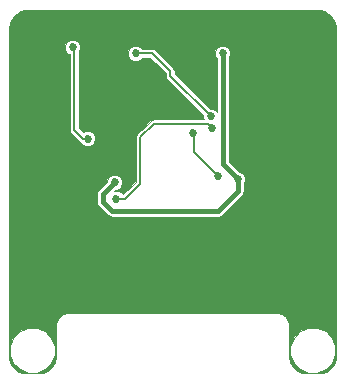
<source format=gtl>
%TF.GenerationSoftware,KiCad,Pcbnew,4.0.7-e2-6376~58~ubuntu16.04.1*%
%TF.CreationDate,2018-01-20T15:39:55+01:00*%
%TF.ProjectId,OLEDModule,4F4C45444D6F64756C652E6B69636164,rev?*%
%TF.FileFunction,Copper,L1,Top,Signal*%
%FSLAX46Y46*%
G04 Gerber Fmt 4.6, Leading zero omitted, Abs format (unit mm)*
G04 Created by KiCad (PCBNEW 4.0.7-e2-6376~58~ubuntu16.04.1) date Sat Jan 20 15:39:55 2018*
%MOMM*%
%LPD*%
G01*
G04 APERTURE LIST*
%ADD10C,0.100000*%
%ADD11C,0.685800*%
%ADD12C,0.152400*%
%ADD13C,0.400000*%
G04 APERTURE END LIST*
D10*
D11*
X4191000Y-5080000D03*
X7493000Y-5080000D03*
X9525000Y-16002000D03*
X19939000Y-15748000D03*
X18669000Y-5080000D03*
X5969000Y-4572000D03*
X7239000Y-12319000D03*
X16129000Y-11811000D03*
X18288000Y-15494000D03*
X11303000Y-5080000D03*
X17653000Y-10414000D03*
X17780000Y-11430000D03*
X9652000Y-17399000D03*
D12*
X4191000Y-4953000D02*
X4191000Y-5080000D01*
X5334000Y-3810000D02*
X4191000Y-4953000D01*
X6223000Y-3810000D02*
X5334000Y-3810000D01*
X6350000Y-3937000D02*
X6223000Y-3810000D01*
X7493000Y-5080000D02*
X6350000Y-3937000D01*
D13*
X19939000Y-16764000D02*
X19939000Y-15748000D01*
X18288000Y-18415000D02*
X19939000Y-16764000D01*
X9271000Y-18415000D02*
X18288000Y-18415000D01*
X8509000Y-17653000D02*
X9271000Y-18415000D01*
X8509000Y-17018000D02*
X8509000Y-17653000D01*
X9525000Y-16002000D02*
X8509000Y-17018000D01*
X19939000Y-15748000D02*
X18669000Y-14478000D01*
X18669000Y-14478000D02*
X18669000Y-5080000D01*
D12*
X6096000Y-4699000D02*
X5969000Y-4572000D01*
X6096000Y-11557000D02*
X6096000Y-4699000D01*
X6858000Y-12319000D02*
X6096000Y-11557000D01*
X7239000Y-12319000D02*
X6858000Y-12319000D01*
X16256000Y-11938000D02*
X16129000Y-11811000D01*
X16256000Y-13462000D02*
X16256000Y-11938000D01*
X18288000Y-15494000D02*
X16256000Y-13462000D01*
X12700000Y-5080000D02*
X11303000Y-5080000D01*
X14224000Y-6604000D02*
X12700000Y-5080000D01*
X14224000Y-6985000D02*
X14224000Y-6604000D01*
X17653000Y-10414000D02*
X14224000Y-6985000D01*
X17780000Y-11430000D02*
X17399000Y-11049000D01*
X17399000Y-11049000D02*
X12827000Y-11049000D01*
X12827000Y-11049000D02*
X11684000Y-12192000D01*
X11684000Y-12192000D02*
X11684000Y-16129000D01*
X11684000Y-16129000D02*
X10414000Y-17399000D01*
X10414000Y-17399000D02*
X9652000Y-17399000D01*
D10*
G36*
X26284800Y-1375271D02*
X26378542Y-1375865D01*
X26485038Y-1378689D01*
X26602120Y-1385444D01*
X26727192Y-1397765D01*
X26857410Y-1417199D01*
X26989796Y-1445152D01*
X27121440Y-1482876D01*
X27249833Y-1531545D01*
X27374781Y-1592909D01*
X27496872Y-1667532D01*
X27614769Y-1754446D01*
X27726524Y-1852157D01*
X27830269Y-1958997D01*
X27924275Y-2073193D01*
X28006919Y-2192831D01*
X28076796Y-2315978D01*
X28133419Y-2442089D01*
X28177971Y-2571812D01*
X28212036Y-2704048D01*
X28236768Y-2836019D01*
X28253462Y-2964688D01*
X28263595Y-3087229D01*
X28268738Y-3200729D01*
X28270560Y-3302873D01*
X28270777Y-3391286D01*
X28270777Y-30491404D01*
X28270677Y-30564321D01*
X28269464Y-30648581D01*
X28265706Y-30742304D01*
X28258019Y-30843568D01*
X28245090Y-30950127D01*
X28225726Y-31059429D01*
X28198877Y-31168958D01*
X28163677Y-31276237D01*
X28118947Y-31380178D01*
X28063347Y-31481683D01*
X27996939Y-31580787D01*
X27920824Y-31675858D01*
X27836364Y-31765196D01*
X27745073Y-31847203D01*
X27648554Y-31920439D01*
X27548551Y-31983574D01*
X27446408Y-32035726D01*
X27341485Y-32077296D01*
X27233259Y-32109811D01*
X27123537Y-32134224D01*
X27014823Y-32151464D01*
X26909650Y-32162626D01*
X26810454Y-32168948D01*
X26719529Y-32171761D01*
X26638605Y-32172470D01*
X26570083Y-32172489D01*
X25982324Y-32172489D01*
X25913124Y-32172463D01*
X25831633Y-32171684D01*
X25740269Y-32168731D01*
X25640724Y-32162200D01*
X25535327Y-32150769D01*
X25426497Y-32133200D01*
X25316788Y-32108407D01*
X25208714Y-32075478D01*
X25103951Y-32033421D01*
X25001910Y-31980724D01*
X24902034Y-31917064D01*
X24805738Y-31843368D01*
X24714737Y-31760955D01*
X24630663Y-31671307D01*
X24554997Y-31576002D01*
X24489097Y-31476741D01*
X24434041Y-31375135D01*
X24389824Y-31271052D01*
X24355053Y-31163611D01*
X24328599Y-31054053D01*
X24309578Y-30944828D01*
X24296935Y-30838477D01*
X24289471Y-30737505D01*
X24285870Y-30644206D01*
X24285319Y-30603068D01*
X24384670Y-30603068D01*
X24673926Y-31303121D01*
X25209062Y-31839192D01*
X25908609Y-32129669D01*
X26666068Y-32130330D01*
X27366121Y-31841074D01*
X27902192Y-31305938D01*
X28192669Y-30606391D01*
X28193330Y-29848932D01*
X27904074Y-29148879D01*
X27368938Y-28612808D01*
X26669391Y-28322331D01*
X25911932Y-28321670D01*
X25211879Y-28610926D01*
X24675808Y-29146062D01*
X24385331Y-29845609D01*
X24384670Y-30603068D01*
X24285319Y-30603068D01*
X24284747Y-30560466D01*
X24284666Y-30488246D01*
X24284666Y-28296512D01*
X24284665Y-28296507D01*
X24284666Y-28296502D01*
X24284665Y-28265559D01*
X24284496Y-28264711D01*
X24284660Y-28263862D01*
X24284443Y-28225732D01*
X24283844Y-28222806D01*
X24284352Y-28219864D01*
X24283224Y-28175203D01*
X24282198Y-28170649D01*
X24282852Y-28166023D01*
X24280051Y-28115945D01*
X24278526Y-28110027D01*
X24279138Y-28103948D01*
X24273903Y-28049573D01*
X24271733Y-28042361D01*
X24272116Y-28034836D01*
X24263684Y-27977280D01*
X24260654Y-27968764D01*
X24260577Y-27959726D01*
X24248187Y-27900104D01*
X24244008Y-27890253D01*
X24243164Y-27879591D01*
X24226056Y-27819024D01*
X24220357Y-27807850D01*
X24218339Y-27795473D01*
X24195748Y-27735078D01*
X24188255Y-27722973D01*
X24184657Y-27709199D01*
X24155948Y-27650043D01*
X24147488Y-27638871D01*
X24142710Y-27625697D01*
X24108101Y-27568510D01*
X24099207Y-27558781D01*
X24093657Y-27546829D01*
X24053730Y-27492194D01*
X24044424Y-27483640D01*
X24038163Y-27472654D01*
X23993501Y-27421154D01*
X23983707Y-27413552D01*
X23976709Y-27403317D01*
X23927897Y-27355537D01*
X23917483Y-27348738D01*
X23909647Y-27339081D01*
X23857269Y-27295606D01*
X23846054Y-27289531D01*
X23837214Y-27280336D01*
X23781853Y-27241747D01*
X23769604Y-27236388D01*
X23759524Y-27227602D01*
X23701763Y-27194484D01*
X23688267Y-27189948D01*
X23676708Y-27181642D01*
X23617140Y-27154559D01*
X23603599Y-27151383D01*
X23591607Y-27144335D01*
X23531058Y-27123256D01*
X23519134Y-27121592D01*
X23508302Y-27116332D01*
X23447875Y-27100535D01*
X23437649Y-27099927D01*
X23428152Y-27096083D01*
X23368965Y-27084805D01*
X23360335Y-27084875D01*
X23352164Y-27082095D01*
X23295334Y-27074575D01*
X23288194Y-27075038D01*
X23281325Y-27073056D01*
X23227968Y-27068532D01*
X23222259Y-27069173D01*
X23216683Y-27067789D01*
X23167917Y-27065501D01*
X23163701Y-27066136D01*
X23159535Y-27065225D01*
X23116478Y-27064410D01*
X23114066Y-27064843D01*
X23111661Y-27064357D01*
X23075428Y-27064253D01*
X23074997Y-27064337D01*
X23074567Y-27064252D01*
X5745976Y-27064252D01*
X5745546Y-27064337D01*
X5745115Y-27064253D01*
X5708883Y-27064357D01*
X5706479Y-27064842D01*
X5704067Y-27064410D01*
X5661009Y-27065225D01*
X5656843Y-27066136D01*
X5652627Y-27065501D01*
X5603861Y-27067789D01*
X5598284Y-27069173D01*
X5592575Y-27068532D01*
X5539219Y-27073056D01*
X5532350Y-27075038D01*
X5525210Y-27074575D01*
X5468379Y-27082095D01*
X5460208Y-27084875D01*
X5451580Y-27084805D01*
X5392392Y-27096083D01*
X5382895Y-27099927D01*
X5372668Y-27100535D01*
X5312241Y-27116332D01*
X5301410Y-27121592D01*
X5289483Y-27123256D01*
X5228935Y-27144335D01*
X5216944Y-27151383D01*
X5203406Y-27154558D01*
X5143837Y-27181641D01*
X5132276Y-27189948D01*
X5118778Y-27194485D01*
X5061018Y-27227603D01*
X5050941Y-27236387D01*
X5038693Y-27241745D01*
X4983331Y-27280335D01*
X4974490Y-27289531D01*
X4963273Y-27295607D01*
X4910894Y-27339084D01*
X4903059Y-27348740D01*
X4892648Y-27355537D01*
X4843835Y-27403317D01*
X4836837Y-27413552D01*
X4827043Y-27421154D01*
X4782382Y-27472654D01*
X4776122Y-27483637D01*
X4766816Y-27492191D01*
X4726888Y-27546826D01*
X4721336Y-27558781D01*
X4712442Y-27568510D01*
X4677832Y-27625698D01*
X4673055Y-27638873D01*
X4664595Y-27650043D01*
X4635886Y-27709199D01*
X4632288Y-27722976D01*
X4624794Y-27735082D01*
X4602203Y-27795477D01*
X4600186Y-27807853D01*
X4594488Y-27819024D01*
X4577379Y-27879591D01*
X4576535Y-27890256D01*
X4572357Y-27900104D01*
X4559967Y-27959725D01*
X4559890Y-27968764D01*
X4556860Y-27977280D01*
X4548428Y-28034837D01*
X4548811Y-28042357D01*
X4546641Y-28049567D01*
X4541405Y-28103943D01*
X4542017Y-28110026D01*
X4540492Y-28115945D01*
X4537691Y-28166024D01*
X4538345Y-28170649D01*
X4537319Y-28175203D01*
X4536191Y-28219865D01*
X4536700Y-28222810D01*
X4536100Y-28225739D01*
X4535884Y-28263870D01*
X4536047Y-28264714D01*
X4535879Y-28265559D01*
X4535878Y-28296502D01*
X4535879Y-28296507D01*
X4535878Y-28296512D01*
X4535878Y-30488242D01*
X4535796Y-30560469D01*
X4534674Y-30644207D01*
X4531072Y-30737528D01*
X4523610Y-30838458D01*
X4510966Y-30944825D01*
X4491944Y-31054053D01*
X4465491Y-31163608D01*
X4430719Y-31271052D01*
X4386502Y-31375135D01*
X4331443Y-31476747D01*
X4265543Y-31576007D01*
X4189881Y-31671307D01*
X4105802Y-31760960D01*
X4014802Y-31843371D01*
X3918507Y-31917065D01*
X3818627Y-31980729D01*
X3716606Y-32033415D01*
X3611833Y-32075477D01*
X3503757Y-32108406D01*
X3394041Y-32133201D01*
X3285222Y-32150768D01*
X3179820Y-32162201D01*
X3080274Y-32168731D01*
X2988909Y-32171684D01*
X2907420Y-32172463D01*
X2838220Y-32172489D01*
X2250441Y-32172489D01*
X2181919Y-32172470D01*
X2100995Y-32171761D01*
X2010074Y-32168948D01*
X1910880Y-32162626D01*
X1805697Y-32151462D01*
X1696993Y-32134226D01*
X1587276Y-32109812D01*
X1479056Y-32077300D01*
X1374125Y-32035727D01*
X1271984Y-31983576D01*
X1171976Y-31920438D01*
X1075464Y-31847208D01*
X984169Y-31765195D01*
X899715Y-31675864D01*
X823605Y-31580800D01*
X757192Y-31481688D01*
X701592Y-31380182D01*
X656867Y-31276251D01*
X621662Y-31168957D01*
X594819Y-31059456D01*
X575455Y-30950152D01*
X562525Y-30843589D01*
X554838Y-30742322D01*
X551079Y-30648593D01*
X550425Y-30603068D01*
X635670Y-30603068D01*
X924926Y-31303121D01*
X1460062Y-31839192D01*
X2159609Y-32129669D01*
X2917068Y-32130330D01*
X3617121Y-31841074D01*
X4153192Y-31305938D01*
X4443669Y-30606391D01*
X4444330Y-29848932D01*
X4155074Y-29148879D01*
X3619938Y-28612808D01*
X2920391Y-28322331D01*
X2162932Y-28321670D01*
X1462879Y-28610926D01*
X926808Y-29146062D01*
X636331Y-29845609D01*
X635670Y-30603068D01*
X550425Y-30603068D01*
X549867Y-30564345D01*
X549767Y-30491424D01*
X549767Y-17018000D01*
X8005000Y-17018000D01*
X8005000Y-17653000D01*
X8043365Y-17845873D01*
X8152618Y-18009382D01*
X8914618Y-18771382D01*
X9078128Y-18880635D01*
X9271000Y-18919000D01*
X18288000Y-18919000D01*
X18480873Y-18880635D01*
X18644382Y-18771382D01*
X20295382Y-17120382D01*
X20404635Y-16956872D01*
X20443001Y-16764000D01*
X20443000Y-16763995D01*
X20443000Y-16158937D01*
X20487096Y-16114918D01*
X20585788Y-15877241D01*
X20586013Y-15619888D01*
X20487735Y-15382039D01*
X20305918Y-15199904D01*
X20068241Y-15101212D01*
X20004921Y-15101157D01*
X19173000Y-14269236D01*
X19173000Y-5490937D01*
X19217096Y-5446918D01*
X19315788Y-5209241D01*
X19316013Y-4951888D01*
X19217735Y-4714039D01*
X19035918Y-4531904D01*
X18798241Y-4433212D01*
X18540888Y-4432987D01*
X18303039Y-4531265D01*
X18120904Y-4713082D01*
X18022212Y-4950759D01*
X18021987Y-5208112D01*
X18120265Y-5445961D01*
X18165000Y-5490774D01*
X18165000Y-10011240D01*
X18019918Y-9865904D01*
X17782241Y-9767212D01*
X17543687Y-9767003D01*
X14604200Y-6827516D01*
X14604200Y-6604000D01*
X14575259Y-6458504D01*
X14492842Y-6335158D01*
X12968842Y-4811158D01*
X12845496Y-4728741D01*
X12700000Y-4699800D01*
X11837521Y-4699800D01*
X11669918Y-4531904D01*
X11432241Y-4433212D01*
X11174888Y-4432987D01*
X10937039Y-4531265D01*
X10754904Y-4713082D01*
X10656212Y-4950759D01*
X10655987Y-5208112D01*
X10754265Y-5445961D01*
X10936082Y-5628096D01*
X11173759Y-5726788D01*
X11431112Y-5727013D01*
X11668961Y-5628735D01*
X11837791Y-5460200D01*
X12542516Y-5460200D01*
X13843800Y-6761484D01*
X13843800Y-6985000D01*
X13872741Y-7130496D01*
X13955158Y-7253842D01*
X17006194Y-10304878D01*
X17005987Y-10542112D01*
X17058334Y-10668800D01*
X12827000Y-10668800D01*
X12681504Y-10697741D01*
X12558158Y-10780158D01*
X11415158Y-11923158D01*
X11332741Y-12046504D01*
X11303800Y-12192000D01*
X11303800Y-15971516D01*
X10256516Y-17018800D01*
X10186521Y-17018800D01*
X10018918Y-16850904D01*
X9781241Y-16752212D01*
X9523888Y-16751987D01*
X9462350Y-16777414D01*
X9590805Y-16648959D01*
X9653112Y-16649013D01*
X9890961Y-16550735D01*
X10073096Y-16368918D01*
X10171788Y-16131241D01*
X10172013Y-15873888D01*
X10073735Y-15636039D01*
X9891918Y-15453904D01*
X9654241Y-15355212D01*
X9396888Y-15354987D01*
X9159039Y-15453265D01*
X8976904Y-15635082D01*
X8878212Y-15872759D01*
X8878157Y-15936079D01*
X8152618Y-16661618D01*
X8043365Y-16825127D01*
X8043365Y-16825128D01*
X8005000Y-17018000D01*
X549767Y-17018000D01*
X549767Y-4700112D01*
X5321987Y-4700112D01*
X5420265Y-4937961D01*
X5602082Y-5120096D01*
X5715800Y-5167316D01*
X5715800Y-11557000D01*
X5744741Y-11702496D01*
X5827158Y-11825842D01*
X6589158Y-12587842D01*
X6673392Y-12644125D01*
X6690265Y-12684961D01*
X6872082Y-12867096D01*
X7109759Y-12965788D01*
X7367112Y-12966013D01*
X7604961Y-12867735D01*
X7787096Y-12685918D01*
X7885788Y-12448241D01*
X7886013Y-12190888D01*
X7787735Y-11953039D01*
X7605918Y-11770904D01*
X7368241Y-11672212D01*
X7110888Y-11671987D01*
X6873039Y-11770265D01*
X6859983Y-11783299D01*
X6476200Y-11399516D01*
X6476200Y-4979743D01*
X6517096Y-4938918D01*
X6615788Y-4701241D01*
X6616013Y-4443888D01*
X6517735Y-4206039D01*
X6335918Y-4023904D01*
X6098241Y-3925212D01*
X5840888Y-3924987D01*
X5603039Y-4023265D01*
X5420904Y-4205082D01*
X5322212Y-4442759D01*
X5321987Y-4700112D01*
X549767Y-4700112D01*
X549767Y-3391281D01*
X549983Y-3302876D01*
X551806Y-3200728D01*
X556949Y-3087228D01*
X567082Y-2964688D01*
X583775Y-2836025D01*
X608509Y-2704048D01*
X642573Y-2571812D01*
X687124Y-2442094D01*
X743749Y-2315974D01*
X813628Y-2192827D01*
X896270Y-2073191D01*
X990273Y-1958998D01*
X1094023Y-1852153D01*
X1205771Y-1754449D01*
X1323674Y-1667529D01*
X1445754Y-1592914D01*
X1570711Y-1531544D01*
X1699106Y-1482875D01*
X1830751Y-1445151D01*
X1963132Y-1417200D01*
X2093354Y-1397765D01*
X2218422Y-1385444D01*
X2335475Y-1378691D01*
X2442003Y-1375865D01*
X2535744Y-1375271D01*
X2616437Y-1375267D01*
X26206932Y-1375267D01*
X26284800Y-1375271D01*
X26284800Y-1375271D01*
G37*
X26284800Y-1375271D02*
X26378542Y-1375865D01*
X26485038Y-1378689D01*
X26602120Y-1385444D01*
X26727192Y-1397765D01*
X26857410Y-1417199D01*
X26989796Y-1445152D01*
X27121440Y-1482876D01*
X27249833Y-1531545D01*
X27374781Y-1592909D01*
X27496872Y-1667532D01*
X27614769Y-1754446D01*
X27726524Y-1852157D01*
X27830269Y-1958997D01*
X27924275Y-2073193D01*
X28006919Y-2192831D01*
X28076796Y-2315978D01*
X28133419Y-2442089D01*
X28177971Y-2571812D01*
X28212036Y-2704048D01*
X28236768Y-2836019D01*
X28253462Y-2964688D01*
X28263595Y-3087229D01*
X28268738Y-3200729D01*
X28270560Y-3302873D01*
X28270777Y-3391286D01*
X28270777Y-30491404D01*
X28270677Y-30564321D01*
X28269464Y-30648581D01*
X28265706Y-30742304D01*
X28258019Y-30843568D01*
X28245090Y-30950127D01*
X28225726Y-31059429D01*
X28198877Y-31168958D01*
X28163677Y-31276237D01*
X28118947Y-31380178D01*
X28063347Y-31481683D01*
X27996939Y-31580787D01*
X27920824Y-31675858D01*
X27836364Y-31765196D01*
X27745073Y-31847203D01*
X27648554Y-31920439D01*
X27548551Y-31983574D01*
X27446408Y-32035726D01*
X27341485Y-32077296D01*
X27233259Y-32109811D01*
X27123537Y-32134224D01*
X27014823Y-32151464D01*
X26909650Y-32162626D01*
X26810454Y-32168948D01*
X26719529Y-32171761D01*
X26638605Y-32172470D01*
X26570083Y-32172489D01*
X25982324Y-32172489D01*
X25913124Y-32172463D01*
X25831633Y-32171684D01*
X25740269Y-32168731D01*
X25640724Y-32162200D01*
X25535327Y-32150769D01*
X25426497Y-32133200D01*
X25316788Y-32108407D01*
X25208714Y-32075478D01*
X25103951Y-32033421D01*
X25001910Y-31980724D01*
X24902034Y-31917064D01*
X24805738Y-31843368D01*
X24714737Y-31760955D01*
X24630663Y-31671307D01*
X24554997Y-31576002D01*
X24489097Y-31476741D01*
X24434041Y-31375135D01*
X24389824Y-31271052D01*
X24355053Y-31163611D01*
X24328599Y-31054053D01*
X24309578Y-30944828D01*
X24296935Y-30838477D01*
X24289471Y-30737505D01*
X24285870Y-30644206D01*
X24285319Y-30603068D01*
X24384670Y-30603068D01*
X24673926Y-31303121D01*
X25209062Y-31839192D01*
X25908609Y-32129669D01*
X26666068Y-32130330D01*
X27366121Y-31841074D01*
X27902192Y-31305938D01*
X28192669Y-30606391D01*
X28193330Y-29848932D01*
X27904074Y-29148879D01*
X27368938Y-28612808D01*
X26669391Y-28322331D01*
X25911932Y-28321670D01*
X25211879Y-28610926D01*
X24675808Y-29146062D01*
X24385331Y-29845609D01*
X24384670Y-30603068D01*
X24285319Y-30603068D01*
X24284747Y-30560466D01*
X24284666Y-30488246D01*
X24284666Y-28296512D01*
X24284665Y-28296507D01*
X24284666Y-28296502D01*
X24284665Y-28265559D01*
X24284496Y-28264711D01*
X24284660Y-28263862D01*
X24284443Y-28225732D01*
X24283844Y-28222806D01*
X24284352Y-28219864D01*
X24283224Y-28175203D01*
X24282198Y-28170649D01*
X24282852Y-28166023D01*
X24280051Y-28115945D01*
X24278526Y-28110027D01*
X24279138Y-28103948D01*
X24273903Y-28049573D01*
X24271733Y-28042361D01*
X24272116Y-28034836D01*
X24263684Y-27977280D01*
X24260654Y-27968764D01*
X24260577Y-27959726D01*
X24248187Y-27900104D01*
X24244008Y-27890253D01*
X24243164Y-27879591D01*
X24226056Y-27819024D01*
X24220357Y-27807850D01*
X24218339Y-27795473D01*
X24195748Y-27735078D01*
X24188255Y-27722973D01*
X24184657Y-27709199D01*
X24155948Y-27650043D01*
X24147488Y-27638871D01*
X24142710Y-27625697D01*
X24108101Y-27568510D01*
X24099207Y-27558781D01*
X24093657Y-27546829D01*
X24053730Y-27492194D01*
X24044424Y-27483640D01*
X24038163Y-27472654D01*
X23993501Y-27421154D01*
X23983707Y-27413552D01*
X23976709Y-27403317D01*
X23927897Y-27355537D01*
X23917483Y-27348738D01*
X23909647Y-27339081D01*
X23857269Y-27295606D01*
X23846054Y-27289531D01*
X23837214Y-27280336D01*
X23781853Y-27241747D01*
X23769604Y-27236388D01*
X23759524Y-27227602D01*
X23701763Y-27194484D01*
X23688267Y-27189948D01*
X23676708Y-27181642D01*
X23617140Y-27154559D01*
X23603599Y-27151383D01*
X23591607Y-27144335D01*
X23531058Y-27123256D01*
X23519134Y-27121592D01*
X23508302Y-27116332D01*
X23447875Y-27100535D01*
X23437649Y-27099927D01*
X23428152Y-27096083D01*
X23368965Y-27084805D01*
X23360335Y-27084875D01*
X23352164Y-27082095D01*
X23295334Y-27074575D01*
X23288194Y-27075038D01*
X23281325Y-27073056D01*
X23227968Y-27068532D01*
X23222259Y-27069173D01*
X23216683Y-27067789D01*
X23167917Y-27065501D01*
X23163701Y-27066136D01*
X23159535Y-27065225D01*
X23116478Y-27064410D01*
X23114066Y-27064843D01*
X23111661Y-27064357D01*
X23075428Y-27064253D01*
X23074997Y-27064337D01*
X23074567Y-27064252D01*
X5745976Y-27064252D01*
X5745546Y-27064337D01*
X5745115Y-27064253D01*
X5708883Y-27064357D01*
X5706479Y-27064842D01*
X5704067Y-27064410D01*
X5661009Y-27065225D01*
X5656843Y-27066136D01*
X5652627Y-27065501D01*
X5603861Y-27067789D01*
X5598284Y-27069173D01*
X5592575Y-27068532D01*
X5539219Y-27073056D01*
X5532350Y-27075038D01*
X5525210Y-27074575D01*
X5468379Y-27082095D01*
X5460208Y-27084875D01*
X5451580Y-27084805D01*
X5392392Y-27096083D01*
X5382895Y-27099927D01*
X5372668Y-27100535D01*
X5312241Y-27116332D01*
X5301410Y-27121592D01*
X5289483Y-27123256D01*
X5228935Y-27144335D01*
X5216944Y-27151383D01*
X5203406Y-27154558D01*
X5143837Y-27181641D01*
X5132276Y-27189948D01*
X5118778Y-27194485D01*
X5061018Y-27227603D01*
X5050941Y-27236387D01*
X5038693Y-27241745D01*
X4983331Y-27280335D01*
X4974490Y-27289531D01*
X4963273Y-27295607D01*
X4910894Y-27339084D01*
X4903059Y-27348740D01*
X4892648Y-27355537D01*
X4843835Y-27403317D01*
X4836837Y-27413552D01*
X4827043Y-27421154D01*
X4782382Y-27472654D01*
X4776122Y-27483637D01*
X4766816Y-27492191D01*
X4726888Y-27546826D01*
X4721336Y-27558781D01*
X4712442Y-27568510D01*
X4677832Y-27625698D01*
X4673055Y-27638873D01*
X4664595Y-27650043D01*
X4635886Y-27709199D01*
X4632288Y-27722976D01*
X4624794Y-27735082D01*
X4602203Y-27795477D01*
X4600186Y-27807853D01*
X4594488Y-27819024D01*
X4577379Y-27879591D01*
X4576535Y-27890256D01*
X4572357Y-27900104D01*
X4559967Y-27959725D01*
X4559890Y-27968764D01*
X4556860Y-27977280D01*
X4548428Y-28034837D01*
X4548811Y-28042357D01*
X4546641Y-28049567D01*
X4541405Y-28103943D01*
X4542017Y-28110026D01*
X4540492Y-28115945D01*
X4537691Y-28166024D01*
X4538345Y-28170649D01*
X4537319Y-28175203D01*
X4536191Y-28219865D01*
X4536700Y-28222810D01*
X4536100Y-28225739D01*
X4535884Y-28263870D01*
X4536047Y-28264714D01*
X4535879Y-28265559D01*
X4535878Y-28296502D01*
X4535879Y-28296507D01*
X4535878Y-28296512D01*
X4535878Y-30488242D01*
X4535796Y-30560469D01*
X4534674Y-30644207D01*
X4531072Y-30737528D01*
X4523610Y-30838458D01*
X4510966Y-30944825D01*
X4491944Y-31054053D01*
X4465491Y-31163608D01*
X4430719Y-31271052D01*
X4386502Y-31375135D01*
X4331443Y-31476747D01*
X4265543Y-31576007D01*
X4189881Y-31671307D01*
X4105802Y-31760960D01*
X4014802Y-31843371D01*
X3918507Y-31917065D01*
X3818627Y-31980729D01*
X3716606Y-32033415D01*
X3611833Y-32075477D01*
X3503757Y-32108406D01*
X3394041Y-32133201D01*
X3285222Y-32150768D01*
X3179820Y-32162201D01*
X3080274Y-32168731D01*
X2988909Y-32171684D01*
X2907420Y-32172463D01*
X2838220Y-32172489D01*
X2250441Y-32172489D01*
X2181919Y-32172470D01*
X2100995Y-32171761D01*
X2010074Y-32168948D01*
X1910880Y-32162626D01*
X1805697Y-32151462D01*
X1696993Y-32134226D01*
X1587276Y-32109812D01*
X1479056Y-32077300D01*
X1374125Y-32035727D01*
X1271984Y-31983576D01*
X1171976Y-31920438D01*
X1075464Y-31847208D01*
X984169Y-31765195D01*
X899715Y-31675864D01*
X823605Y-31580800D01*
X757192Y-31481688D01*
X701592Y-31380182D01*
X656867Y-31276251D01*
X621662Y-31168957D01*
X594819Y-31059456D01*
X575455Y-30950152D01*
X562525Y-30843589D01*
X554838Y-30742322D01*
X551079Y-30648593D01*
X550425Y-30603068D01*
X635670Y-30603068D01*
X924926Y-31303121D01*
X1460062Y-31839192D01*
X2159609Y-32129669D01*
X2917068Y-32130330D01*
X3617121Y-31841074D01*
X4153192Y-31305938D01*
X4443669Y-30606391D01*
X4444330Y-29848932D01*
X4155074Y-29148879D01*
X3619938Y-28612808D01*
X2920391Y-28322331D01*
X2162932Y-28321670D01*
X1462879Y-28610926D01*
X926808Y-29146062D01*
X636331Y-29845609D01*
X635670Y-30603068D01*
X550425Y-30603068D01*
X549867Y-30564345D01*
X549767Y-30491424D01*
X549767Y-17018000D01*
X8005000Y-17018000D01*
X8005000Y-17653000D01*
X8043365Y-17845873D01*
X8152618Y-18009382D01*
X8914618Y-18771382D01*
X9078128Y-18880635D01*
X9271000Y-18919000D01*
X18288000Y-18919000D01*
X18480873Y-18880635D01*
X18644382Y-18771382D01*
X20295382Y-17120382D01*
X20404635Y-16956872D01*
X20443001Y-16764000D01*
X20443000Y-16763995D01*
X20443000Y-16158937D01*
X20487096Y-16114918D01*
X20585788Y-15877241D01*
X20586013Y-15619888D01*
X20487735Y-15382039D01*
X20305918Y-15199904D01*
X20068241Y-15101212D01*
X20004921Y-15101157D01*
X19173000Y-14269236D01*
X19173000Y-5490937D01*
X19217096Y-5446918D01*
X19315788Y-5209241D01*
X19316013Y-4951888D01*
X19217735Y-4714039D01*
X19035918Y-4531904D01*
X18798241Y-4433212D01*
X18540888Y-4432987D01*
X18303039Y-4531265D01*
X18120904Y-4713082D01*
X18022212Y-4950759D01*
X18021987Y-5208112D01*
X18120265Y-5445961D01*
X18165000Y-5490774D01*
X18165000Y-10011240D01*
X18019918Y-9865904D01*
X17782241Y-9767212D01*
X17543687Y-9767003D01*
X14604200Y-6827516D01*
X14604200Y-6604000D01*
X14575259Y-6458504D01*
X14492842Y-6335158D01*
X12968842Y-4811158D01*
X12845496Y-4728741D01*
X12700000Y-4699800D01*
X11837521Y-4699800D01*
X11669918Y-4531904D01*
X11432241Y-4433212D01*
X11174888Y-4432987D01*
X10937039Y-4531265D01*
X10754904Y-4713082D01*
X10656212Y-4950759D01*
X10655987Y-5208112D01*
X10754265Y-5445961D01*
X10936082Y-5628096D01*
X11173759Y-5726788D01*
X11431112Y-5727013D01*
X11668961Y-5628735D01*
X11837791Y-5460200D01*
X12542516Y-5460200D01*
X13843800Y-6761484D01*
X13843800Y-6985000D01*
X13872741Y-7130496D01*
X13955158Y-7253842D01*
X17006194Y-10304878D01*
X17005987Y-10542112D01*
X17058334Y-10668800D01*
X12827000Y-10668800D01*
X12681504Y-10697741D01*
X12558158Y-10780158D01*
X11415158Y-11923158D01*
X11332741Y-12046504D01*
X11303800Y-12192000D01*
X11303800Y-15971516D01*
X10256516Y-17018800D01*
X10186521Y-17018800D01*
X10018918Y-16850904D01*
X9781241Y-16752212D01*
X9523888Y-16751987D01*
X9462350Y-16777414D01*
X9590805Y-16648959D01*
X9653112Y-16649013D01*
X9890961Y-16550735D01*
X10073096Y-16368918D01*
X10171788Y-16131241D01*
X10172013Y-15873888D01*
X10073735Y-15636039D01*
X9891918Y-15453904D01*
X9654241Y-15355212D01*
X9396888Y-15354987D01*
X9159039Y-15453265D01*
X8976904Y-15635082D01*
X8878212Y-15872759D01*
X8878157Y-15936079D01*
X8152618Y-16661618D01*
X8043365Y-16825127D01*
X8043365Y-16825128D01*
X8005000Y-17018000D01*
X549767Y-17018000D01*
X549767Y-4700112D01*
X5321987Y-4700112D01*
X5420265Y-4937961D01*
X5602082Y-5120096D01*
X5715800Y-5167316D01*
X5715800Y-11557000D01*
X5744741Y-11702496D01*
X5827158Y-11825842D01*
X6589158Y-12587842D01*
X6673392Y-12644125D01*
X6690265Y-12684961D01*
X6872082Y-12867096D01*
X7109759Y-12965788D01*
X7367112Y-12966013D01*
X7604961Y-12867735D01*
X7787096Y-12685918D01*
X7885788Y-12448241D01*
X7886013Y-12190888D01*
X7787735Y-11953039D01*
X7605918Y-11770904D01*
X7368241Y-11672212D01*
X7110888Y-11671987D01*
X6873039Y-11770265D01*
X6859983Y-11783299D01*
X6476200Y-11399516D01*
X6476200Y-4979743D01*
X6517096Y-4938918D01*
X6615788Y-4701241D01*
X6616013Y-4443888D01*
X6517735Y-4206039D01*
X6335918Y-4023904D01*
X6098241Y-3925212D01*
X5840888Y-3924987D01*
X5603039Y-4023265D01*
X5420904Y-4205082D01*
X5322212Y-4442759D01*
X5321987Y-4700112D01*
X549767Y-4700112D01*
X549767Y-3391281D01*
X549983Y-3302876D01*
X551806Y-3200728D01*
X556949Y-3087228D01*
X567082Y-2964688D01*
X583775Y-2836025D01*
X608509Y-2704048D01*
X642573Y-2571812D01*
X687124Y-2442094D01*
X743749Y-2315974D01*
X813628Y-2192827D01*
X896270Y-2073191D01*
X990273Y-1958998D01*
X1094023Y-1852153D01*
X1205771Y-1754449D01*
X1323674Y-1667529D01*
X1445754Y-1592914D01*
X1570711Y-1531544D01*
X1699106Y-1482875D01*
X1830751Y-1445151D01*
X1963132Y-1417200D01*
X2093354Y-1397765D01*
X2218422Y-1385444D01*
X2335475Y-1378691D01*
X2442003Y-1375865D01*
X2535744Y-1375271D01*
X2616437Y-1375267D01*
X26206932Y-1375267D01*
X26284800Y-1375271D01*
M02*

</source>
